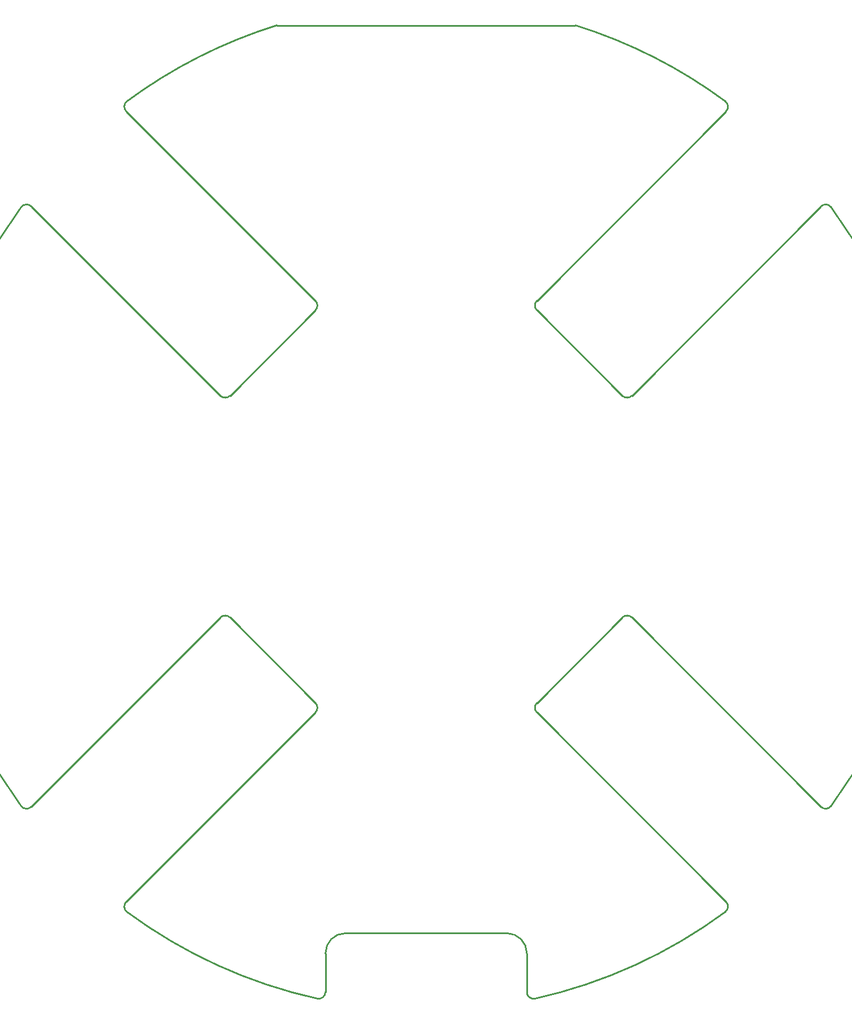
<source format=gko>
G04 Layer: BoardOutlineLayer*
G04 EasyEDA v6.5.39, 2025-03-02 11:35:30*
G04 2ef312028e1c4a72bddf737b2bd369bb,953214928e7c43af8b9c7e5a0e4489c6,10*
G04 Gerber Generator version 0.2*
G04 Scale: 100 percent, Rotated: No, Reflected: No *
G04 Dimensions in millimeters *
G04 leading zeros omitted , absolute positions ,4 integer and 5 decimal *
%FSLAX45Y45*%
%MOMM*%

%ADD10C,0.2540*%
D10*
X5950976Y10243766D02*
G01*
X4678187Y8970977D01*
X9250377Y4398787D02*
G01*
X10523166Y5671576D01*
X3133336Y13202828D02*
G01*
X5950976Y10385188D01*
X4536765Y8970977D02*
G01*
X1719125Y11788617D01*
X9100672Y672820D02*
G01*
X9100672Y96334D01*
X12068017Y1439725D02*
G01*
X9250377Y4257365D01*
X13482228Y11788617D02*
G01*
X10664588Y8970977D01*
X9250377Y10385188D02*
G01*
X12068017Y13202828D01*
X4678187Y5671576D02*
G01*
X5950976Y4398787D01*
X10664588Y5671576D02*
G01*
X13482228Y2853936D01*
X5950976Y4257365D02*
G01*
X3133336Y1439725D01*
X1719125Y2853936D02*
G01*
X4536765Y5671576D01*
X10523166Y8970977D02*
G01*
X9250377Y10243766D01*
X9825215Y14483763D02*
G01*
X5376138Y14483763D01*
X6100678Y96334D02*
G01*
X6100678Y672820D01*
X6400678Y972820D02*
G01*
X8800673Y972820D01*
G75*
G01*
X9250378Y10385189D02*
G03*
X9250378Y10243767I70710J-70711D01*
G75*
G01*
X12056722Y13353974D02*
G03*
X9825215Y14483763I-4456047J-6032696D01*
G75*
G01*
X12056722Y1288578D02*
G03*
X12068018Y1439725I-59414J80436D01*
G75*
G01*
X9222296Y-1300D02*
G03*
X12056722Y1288578I-1621617J7322577D01*
G75*
G01*
X3144632Y1288578D02*
G03*
X5979058Y-1300I4456042J6032699D01*
G75*
G01*
X10523167Y8970978D02*
G03*
X10664589Y8970978I70711J70710D01*
G75*
G01*
X4678187Y5671576D02*
G03*
X4536765Y5671576I-70711J-70710D01*
G75*
G01*
X13633374Y2865232D02*
G03*
X13633374Y11777322I-6032697J4456045D01*
G75*
G01*
X3144632Y13353974D02*
G03*
X3133336Y13202829I59415J-80435D01*
G75*
G01*
X5950976Y4257365D02*
G03*
X5950976Y4398787I-70710J70711D01*
G75*
G01*
X9100673Y96335D02*
G03*
X9222296Y-1300I99999J-1D01*
G75*
G01*
X9250378Y4398787D02*
G03*
X9250378Y4257365I70710J-70711D01*
G75*
G01*
X5979058Y-1300D02*
G03*
X6100679Y96335I21621J97634D01*
G75*
G01*
X4536765Y8970978D02*
G03*
X4678187Y8970978I70711J70710D01*
G75*
G01*
X6400678Y972820D02*
G03*
X6100679Y672821I0J-299999D01*
G75*
G01*
X13633374Y11777322D02*
G03*
X13482229Y11788618I-80435J-59415D01*
G75*
G01*
X1567978Y11777322D02*
G03*
X1567978Y2865232I6032697J-4456045D01*
G75*
G01*
X1567978Y2865232D02*
G03*
X1719125Y2853936I80436J59414D01*
G75*
G01*
X9100673Y672821D02*
G03*
X8800673Y972820I-300000J0D01*
G75*
G01*
X10664589Y5671576D02*
G03*
X10523167Y5671576I-70711J-70710D01*
G75*
G01*
X12068018Y13202829D02*
G03*
X12056722Y13353974I-70711J70710D01*
G75*
G01*
X5950976Y10243767D02*
G03*
X5950976Y10385189I-70710J70711D01*
G75*
G01*
X5376139Y14483763D02*
G03*
X3144632Y13353974I2224540J-7162485D01*
G75*
G01*
X1719125Y11788618D02*
G03*
X1567978Y11777322I-70711J-70710D01*
G75*
G01*
X13482229Y2853936D02*
G03*
X13633374Y2865232I70710J70711D01*
G75*
G01*
X3133336Y1439725D02*
G03*
X3144632Y1288578I70710J-70711D01*

%LPD*%
M02*

</source>
